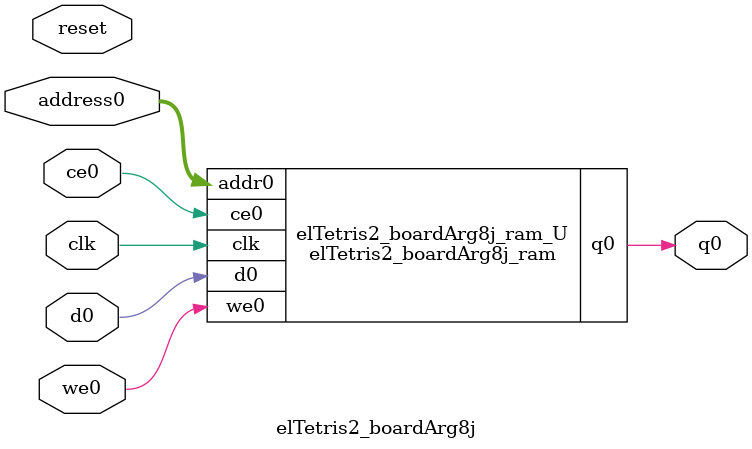
<source format=v>

`timescale 1 ns / 1 ps
module elTetris2_boardArg8j_ram (addr0, ce0, d0, we0, q0,  clk);

parameter DWIDTH = 1;
parameter AWIDTH = 10;
parameter MEM_SIZE = 800;

input[AWIDTH-1:0] addr0;
input ce0;
input[DWIDTH-1:0] d0;
input we0;
output reg[DWIDTH-1:0] q0;
input clk;

(* ram_style = "distributed" *)reg [DWIDTH-1:0] ram[0:MEM_SIZE-1];




always @(posedge clk)  
begin 
    if (ce0) 
    begin
        if (we0) 
        begin 
            ram[addr0] <= d0; 
            q0 <= d0;
        end 
        else 
            q0 <= ram[addr0];
    end
end


endmodule


`timescale 1 ns / 1 ps
module elTetris2_boardArg8j(
    reset,
    clk,
    address0,
    ce0,
    we0,
    d0,
    q0);

parameter DataWidth = 32'd1;
parameter AddressRange = 32'd800;
parameter AddressWidth = 32'd10;
input reset;
input clk;
input[AddressWidth - 1:0] address0;
input ce0;
input we0;
input[DataWidth - 1:0] d0;
output[DataWidth - 1:0] q0;



elTetris2_boardArg8j_ram elTetris2_boardArg8j_ram_U(
    .clk( clk ),
    .addr0( address0 ),
    .ce0( ce0 ),
    .d0( d0 ),
    .we0( we0 ),
    .q0( q0 ));

endmodule


</source>
